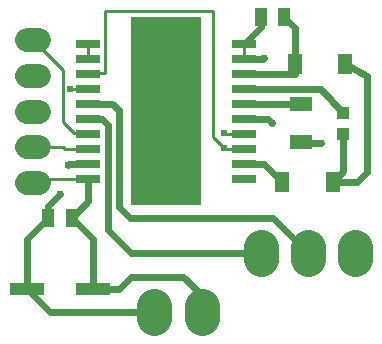
<source format=gtl>
G04 Layer: TopLayer*
G04 EasyEDA v6.3.53, 2020-06-26T16:53:54--4:00*
G04 395d111042f2402990e7a52cfaf045f1,10*
G04 Gerber Generator version 0.2*
G04 Scale: 100 percent, Rotated: No, Reflected: No *
G04 Dimensions in millimeters *
G04 leading zeros omitted , absolute positions ,3 integer and 3 decimal *
%FSLAX33Y33*%
%MOMM*%
G90*
G71D02*

%ADD10C,0.254000*%
%ADD11C,0.599999*%
%ADD12C,0.610006*%
%ADD13C,0.609600*%
%ADD14R,1.999996X0.635000*%
%ADD15R,5.999988X15.899994*%
%ADD16R,1.099998X0.999998*%
%ADD17R,2.999994X0.999998*%
%ADD18R,1.270000X1.651000*%
%ADD19R,1.899996X1.199998*%
%ADD20R,0.999998X1.550010*%
%ADD21C,1.999996*%
%ADD22C,2.999994*%

%LPD*%
G54D11*
G01X7116Y18839D02*
G01X8255Y18839D01*
G01X8763Y18331D01*
G01X8763Y9441D01*
G01X10730Y7474D01*
G01X21715Y7474D01*
G01X27797Y13475D02*
G01X29839Y13490D01*
G01X30716Y14367D01*
G01X30716Y22474D01*
G01X28874Y23475D01*
G01X7117Y20109D02*
G01X9146Y20109D01*
G01X9705Y19551D01*
G01X9705Y11405D01*
G01X10637Y10473D01*
G01X22717Y10473D01*
G01X25714Y7476D01*
G54D10*
G01X2466Y25482D02*
G01X4953Y22995D01*
G01X4953Y18550D01*
G01X5895Y17608D01*
G01X7117Y17569D01*
G54D11*
G01X20316Y15029D02*
G01X22000Y14999D01*
G01X23556Y13474D01*
G01X22000Y24000D02*
G01X21919Y23919D01*
G01X20316Y23919D01*
G54D10*
G01X20316Y25189D02*
G01X20316Y23919D01*
G01X7116Y25189D02*
G01X7115Y23919D01*
G01X2466Y13417D02*
G01X2807Y13759D01*
G01X7116Y13759D01*
G54D11*
G01X20316Y18839D02*
G01X22351Y18839D01*
G01X22716Y18474D01*
G01X20316Y20098D02*
G01X20355Y20058D01*
G01X25146Y20058D01*
G01X23716Y27474D02*
G01X24632Y26557D01*
G01X24632Y23474D01*
G01X20317Y22650D02*
G01X24632Y22650D01*
G01X24632Y23473D01*
G01X20316Y25189D02*
G01X21716Y26589D01*
G01X21716Y27474D01*
G01X25146Y16858D02*
G01X25196Y16807D01*
G01X26797Y16807D01*
G01X7515Y4473D02*
G01X9715Y4473D01*
G01X10716Y5474D01*
G01X15143Y5474D01*
G01X16715Y3902D01*
G01X16715Y2474D01*
G01X5716Y10474D02*
G01X7516Y8674D01*
G01X7516Y4474D01*
G01X5716Y10474D02*
G01X7116Y11874D01*
G01X7116Y13759D01*
G54D10*
G01X5120Y16299D02*
G01X7116Y16299D01*
G01X18595Y17608D02*
G01X18634Y17569D01*
G01X20316Y17569D01*
G01X5588Y21379D02*
G01X5588Y21379D01*
G01X7116Y21379D01*
G01X5120Y16299D02*
G01X4954Y16465D01*
G01X2466Y16465D01*
G01X18595Y16338D02*
G01X18633Y16300D01*
G01X20317Y16300D01*
G54D11*
G01X20314Y21379D02*
G01X26832Y21379D01*
G01X28717Y19375D01*
G54D10*
G01X7116Y16299D02*
G01X6941Y16474D01*
G54D11*
G01X27798Y13474D02*
G01X28716Y14391D01*
G01X28716Y17574D01*
G01X1915Y4474D02*
G01X3915Y2474D01*
G01X12715Y2474D01*
G01X5387Y14941D02*
G01X5474Y15029D01*
G01X7116Y15029D01*
G01X3716Y10474D02*
G01X3716Y11474D01*
G01X4716Y12475D01*
G01X3716Y10474D02*
G01X1915Y8674D01*
G01X1915Y4474D01*
G54D10*
G01X18595Y16338D02*
G01X17653Y17280D01*
G01X17653Y27999D01*
G01X8562Y27999D01*
G01X8562Y22688D01*
G01X7117Y22649D01*
G54D14*
G01X7116Y25189D03*
G01X7116Y23919D03*
G01X7116Y22649D03*
G01X7116Y21379D03*
G01X7116Y20109D03*
G01X7116Y18839D03*
G01X7116Y17569D03*
G01X7116Y16299D03*
G01X7116Y15029D03*
G01X7116Y13759D03*
G01X20315Y13759D03*
G01X20315Y15029D03*
G01X20315Y16299D03*
G01X20315Y17569D03*
G01X20315Y18839D03*
G01X20315Y20109D03*
G01X20315Y21379D03*
G01X20315Y22649D03*
G01X20315Y23919D03*
G01X20315Y25189D03*
G54D15*
G01X13716Y19474D03*
G54D16*
G01X28715Y19374D03*
G01X28715Y17574D03*
G54D17*
G01X1915Y4475D03*
G01X7516Y4475D03*
G54D18*
G01X23556Y13475D03*
G01X27799Y13475D03*
G01X28874Y23474D03*
G01X24632Y23474D03*
G54D19*
G01X25146Y20058D03*
G01X25146Y16858D03*
G54D20*
G01X21715Y27474D03*
G01X23715Y27474D03*
G01X3716Y10475D03*
G01X5716Y10475D03*
G54D12*
G01X18595Y17608D03*
G54D13*
G01X5588Y21379D03*
G01X18595Y16338D03*
G01X22715Y18474D03*
G01X26797Y16807D03*
G01X21999Y24000D03*
G01X4716Y12475D03*
G01X5387Y14941D03*
G54D21*
G01X1966Y25482D02*
G01X2966Y25482D01*
G01X1966Y22434D02*
G01X2966Y22434D01*
G01X1966Y19386D02*
G01X2966Y19386D01*
G01X1966Y16465D02*
G01X2966Y16465D01*
G01X1966Y13417D02*
G01X2966Y13417D01*
G54D22*
G01X12716Y2974D02*
G01X12716Y1974D01*
G01X16715Y2974D02*
G01X16715Y1974D01*
G01X29715Y7974D02*
G01X29715Y6974D01*
G01X25715Y7974D02*
G01X25715Y6974D01*
G01X21715Y7974D02*
G01X21715Y6974D01*
M00*
M02*

</source>
